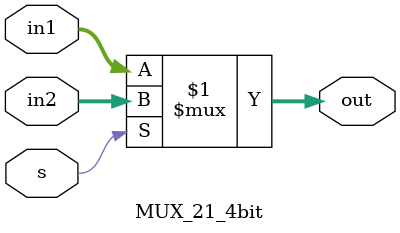
<source format=v>
module MUX_21_4bit(in1, in2, s, out);
    input [3:0] in1, in2;
    input s;
    output wire [3:0] out;
    assign out = s ? in2 : in1;
endmodule
</source>
